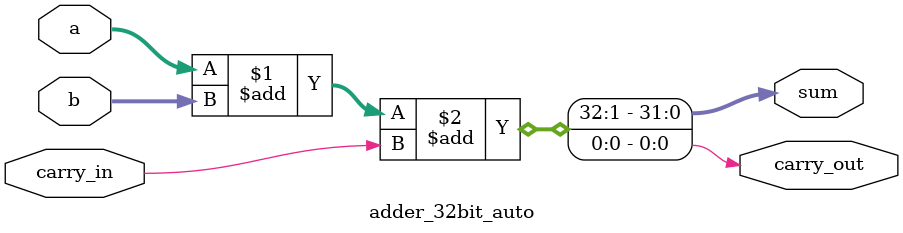
<source format=sv>
`timescale 1ns / 10ps

module adder_32bit_auto (
    input logic [31:0] a,
    input logic [31:0] b,
    input logic carry_in,
    output logic [31:0] sum,
    output logic carry_out
);

    assign {sum, carry_out} = a + b + carry_in;

endmodule


</source>
